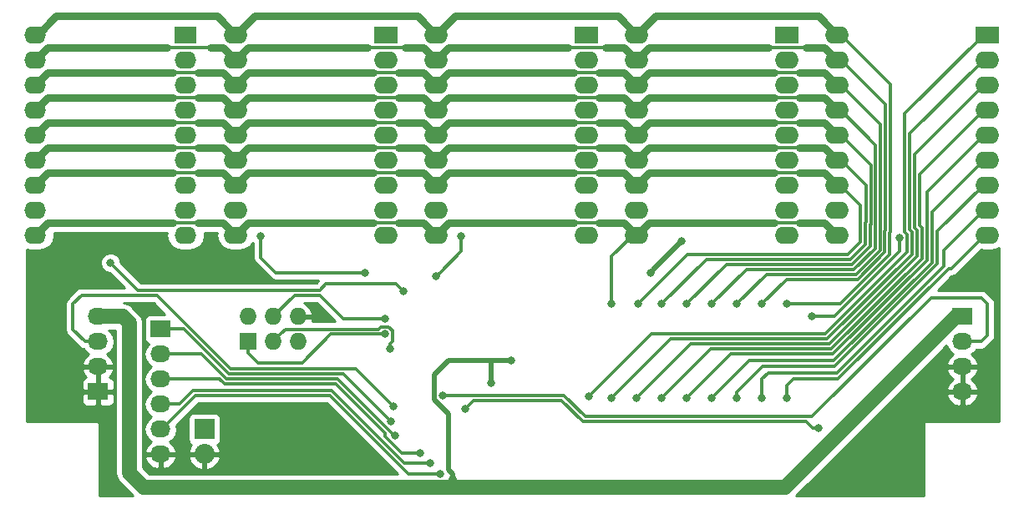
<source format=gbl>
G04 #@! TF.FileFunction,Copper,L2,Bot,Signal*
%FSLAX46Y46*%
G04 Gerber Fmt 4.6, Leading zero omitted, Abs format (unit mm)*
G04 Created by KiCad (PCBNEW 4.0.4+e1-6308~48~ubuntu16.04.1-stable) date Tue Nov 15 20:45:06 2016*
%MOMM*%
%LPD*%
G01*
G04 APERTURE LIST*
%ADD10C,0.100000*%
%ADD11O,2.200000X1.766000*%
%ADD12R,2.200000X1.766000*%
%ADD13R,2.032000X1.727200*%
%ADD14O,2.032000X1.727200*%
%ADD15R,1.727200X1.727200*%
%ADD16O,1.727200X1.727200*%
%ADD17R,2.032000X2.032000*%
%ADD18O,2.032000X2.032000*%
%ADD19O,2.400000X1.766000*%
%ADD20R,2.400000X1.766000*%
%ADD21C,0.800000*%
%ADD22C,1.500000*%
%ADD23C,0.500000*%
%ADD24C,0.300000*%
%ADD25C,0.800000*%
%ADD26C,0.254000*%
G04 APERTURE END LIST*
D10*
D11*
X101600000Y-102870000D03*
X101600000Y-100330000D03*
X101600000Y-97790000D03*
X101600000Y-95250000D03*
X101600000Y-92710000D03*
X101600000Y-90170000D03*
X101600000Y-87630000D03*
X101600000Y-85090000D03*
X101600000Y-82550000D03*
X116840000Y-102870000D03*
X116840000Y-100330000D03*
X116840000Y-97790000D03*
X116840000Y-95250000D03*
X116840000Y-92710000D03*
X116840000Y-90170000D03*
X116840000Y-87630000D03*
X116840000Y-85090000D03*
D12*
X116840000Y-82550000D03*
D13*
X114300000Y-112395000D03*
D14*
X114300000Y-114935000D03*
X114300000Y-117475000D03*
X114300000Y-120015000D03*
X114300000Y-122555000D03*
X114300000Y-125095000D03*
D15*
X123190000Y-113665000D03*
D16*
X123190000Y-111125000D03*
X125730000Y-113665000D03*
X125730000Y-111125000D03*
X128270000Y-113665000D03*
X128270000Y-111125000D03*
D13*
X195580000Y-111125000D03*
D14*
X195580000Y-113665000D03*
X195580000Y-116205000D03*
X195580000Y-118745000D03*
D13*
X107950000Y-118745000D03*
D14*
X107950000Y-116205000D03*
X107950000Y-113665000D03*
X107950000Y-111125000D03*
D17*
X118745000Y-122555000D03*
D18*
X118745000Y-125095000D03*
D19*
X162560000Y-102870000D03*
X162560000Y-100330000D03*
X162560000Y-97790000D03*
X162560000Y-95250000D03*
X162560000Y-92710000D03*
X162560000Y-90170000D03*
X162560000Y-87630000D03*
X162560000Y-85090000D03*
X162560000Y-82550000D03*
X177800000Y-102870000D03*
X177800000Y-100330000D03*
X177800000Y-97790000D03*
X177800000Y-95250000D03*
X177800000Y-92710000D03*
X177800000Y-90170000D03*
X177800000Y-87630000D03*
X177800000Y-85090000D03*
D20*
X177800000Y-82550000D03*
D19*
X142240000Y-102870000D03*
X142240000Y-100330000D03*
X142240000Y-97790000D03*
X142240000Y-95250000D03*
X142240000Y-92710000D03*
X142240000Y-90170000D03*
X142240000Y-87630000D03*
X142240000Y-85090000D03*
X142240000Y-82550000D03*
X157480000Y-102870000D03*
X157480000Y-100330000D03*
X157480000Y-97790000D03*
X157480000Y-95250000D03*
X157480000Y-92710000D03*
X157480000Y-90170000D03*
X157480000Y-87630000D03*
X157480000Y-85090000D03*
D20*
X157480000Y-82550000D03*
D19*
X182880000Y-102870000D03*
X182880000Y-100330000D03*
X182880000Y-97790000D03*
X182880000Y-95250000D03*
X182880000Y-92710000D03*
X182880000Y-90170000D03*
X182880000Y-87630000D03*
X182880000Y-85090000D03*
X182880000Y-82550000D03*
X198120000Y-102870000D03*
X198120000Y-100330000D03*
X198120000Y-97790000D03*
X198120000Y-95250000D03*
X198120000Y-92710000D03*
X198120000Y-90170000D03*
X198120000Y-87630000D03*
X198120000Y-85090000D03*
D20*
X198120000Y-82550000D03*
D19*
X121920000Y-102870000D03*
X121920000Y-100330000D03*
X121920000Y-97790000D03*
X121920000Y-95250000D03*
X121920000Y-92710000D03*
X121920000Y-90170000D03*
X121920000Y-87630000D03*
X121920000Y-85090000D03*
X121920000Y-82550000D03*
X137160000Y-102870000D03*
X137160000Y-100330000D03*
X137160000Y-97790000D03*
X137160000Y-95250000D03*
X137160000Y-92710000D03*
X137160000Y-90170000D03*
X137160000Y-87630000D03*
X137160000Y-85090000D03*
D20*
X137160000Y-82550000D03*
D21*
X147828000Y-117856000D03*
X143891000Y-127635000D03*
X149860000Y-115570000D03*
X137033000Y-111379000D03*
X137033000Y-112903000D03*
X137541000Y-114427000D03*
X142875000Y-119126000D03*
X137922000Y-120269000D03*
X137668000Y-121793000D03*
X138049000Y-123190000D03*
X140589000Y-124968000D03*
X141605000Y-125984000D03*
X142621000Y-127127000D03*
X180975000Y-122428000D03*
X145161000Y-120523000D03*
X144780000Y-102997000D03*
X142240000Y-107061000D03*
X124460000Y-102997000D03*
X135001000Y-106680000D03*
X138920000Y-108585000D03*
X109220000Y-105664000D03*
X160020000Y-109855000D03*
X162687000Y-109855000D03*
X165100000Y-109855000D03*
X167640000Y-109855000D03*
X170180000Y-109855000D03*
X172720000Y-109855000D03*
X175260000Y-109855000D03*
X177800000Y-109855000D03*
X177800000Y-119380000D03*
X175260000Y-119380000D03*
X172720000Y-119380000D03*
X170180000Y-119380000D03*
X167640000Y-119380000D03*
X165100000Y-119380000D03*
X162560000Y-119380000D03*
X160020000Y-119380000D03*
X157734000Y-119253000D03*
X189230000Y-103124000D03*
X180340000Y-111125000D03*
X167132000Y-103505000D03*
X163957000Y-106680000D03*
D22*
X195580000Y-111125000D02*
X194945000Y-111125000D01*
X194945000Y-111125000D02*
X177592999Y-128477001D01*
X177592999Y-128477001D02*
X112602001Y-128477001D01*
X112602001Y-128477001D02*
X111125000Y-127000000D01*
X111125000Y-127000000D02*
X111125000Y-111784000D01*
X111125000Y-111784000D02*
X110466000Y-111125000D01*
X110466000Y-111125000D02*
X107950000Y-111125000D01*
D23*
X143510000Y-126688315D02*
X143510000Y-121019002D01*
X143510000Y-121019002D02*
X142024999Y-119534001D01*
X143891000Y-127635000D02*
X143891000Y-127069315D01*
X143891000Y-127069315D02*
X143510000Y-126688315D01*
X147828000Y-115570000D02*
X148590000Y-115570000D01*
X143510000Y-115570000D02*
X147828000Y-115570000D01*
X147828000Y-115570000D02*
X147828000Y-117856000D01*
X143891000Y-127635000D02*
X143891000Y-128200685D01*
X148590000Y-115570000D02*
X149860000Y-115570000D01*
X142024999Y-117055001D02*
X143510000Y-115570000D01*
X142024999Y-119534001D02*
X142024999Y-117055001D01*
D24*
X130429000Y-108966000D02*
X127889000Y-108966000D01*
X127889000Y-108966000D02*
X125730000Y-111125000D01*
X132842000Y-111379000D02*
X130429000Y-108966000D01*
X137033000Y-111379000D02*
X132842000Y-111379000D01*
X128651000Y-115824000D02*
X124185400Y-115824000D01*
X124185400Y-115824000D02*
X123190000Y-114828600D01*
X123190000Y-114828600D02*
X123190000Y-113665000D01*
X131572000Y-112903000D02*
X128651000Y-115824000D01*
X137033000Y-112903000D02*
X131572000Y-112903000D01*
X137541000Y-114427000D02*
X137541000Y-113861315D01*
X137541000Y-113861315D02*
X137783001Y-113619314D01*
X137783001Y-113619314D02*
X137783001Y-112542999D01*
X137783001Y-112542999D02*
X137393001Y-112152999D01*
X137393001Y-112152999D02*
X136672999Y-112152999D01*
X136672999Y-112152999D02*
X136423008Y-112402990D01*
X136423008Y-112402990D02*
X126992010Y-112402990D01*
X126593599Y-112801401D02*
X125730000Y-113665000D01*
X126992010Y-112402990D02*
X126593599Y-112801401D01*
X142875000Y-119126000D02*
X155194000Y-119126000D01*
X157353000Y-121285000D02*
X180340000Y-121285000D01*
X198120000Y-109855000D02*
X198120000Y-113030000D01*
X155194000Y-119126000D02*
X157353000Y-121285000D01*
X180340000Y-121285000D02*
X192405000Y-109220000D01*
X192405000Y-109220000D02*
X197485000Y-109220000D01*
X197485000Y-109220000D02*
X198120000Y-109855000D01*
X198120000Y-113030000D02*
X197485000Y-113665000D01*
X197485000Y-113665000D02*
X195580000Y-113665000D01*
X195427600Y-113665000D02*
X195580000Y-113665000D01*
X137922000Y-120269000D02*
X134112000Y-116459000D01*
X106299000Y-108966000D02*
X105410000Y-109855000D01*
X134112000Y-116459000D02*
X121412000Y-116459000D01*
X113919000Y-108966000D02*
X106299000Y-108966000D01*
X121412000Y-116459000D02*
X113919000Y-108966000D01*
X105410000Y-109855000D02*
X105410000Y-112441000D01*
X105410000Y-112441000D02*
X106634000Y-113665000D01*
X106634000Y-113665000D02*
X107950000Y-113665000D01*
X108102400Y-113665000D02*
X107950000Y-113665000D01*
X121212880Y-116967000D02*
X132842000Y-116967000D01*
X132842000Y-116967000D02*
X137668000Y-121793000D01*
X114300000Y-112395000D02*
X116640880Y-112395000D01*
X116640880Y-112395000D02*
X121212880Y-116967000D01*
X138049000Y-123190000D02*
X137954998Y-123190000D01*
X137954998Y-123190000D02*
X132232008Y-117467010D01*
X132232008Y-117467010D02*
X121005770Y-117467010D01*
X121005770Y-117467010D02*
X118473760Y-114935000D01*
X118473760Y-114935000D02*
X118364000Y-114935000D01*
X118364000Y-114935000D02*
X114300000Y-114935000D01*
X137033000Y-122975122D02*
X137033000Y-123284002D01*
X137033000Y-123284002D02*
X138716998Y-124968000D01*
X138716998Y-124968000D02*
X140589000Y-124968000D01*
X120798660Y-117967020D02*
X132024898Y-117967020D01*
X132024898Y-117967020D02*
X137033000Y-122975122D01*
X120269000Y-117475000D02*
X120396000Y-117602000D01*
X120433640Y-117602000D02*
X120798660Y-117967020D01*
X120396000Y-117602000D02*
X120433640Y-117602000D01*
X114300000Y-117475000D02*
X120269000Y-117475000D01*
X141605000Y-125984000D02*
X139025878Y-125984000D01*
X139025878Y-125984000D02*
X131667868Y-118625990D01*
X131667868Y-118625990D02*
X117609990Y-118625990D01*
X117609990Y-118625990D02*
X116220980Y-120015000D01*
X116220980Y-120015000D02*
X114300000Y-120015000D01*
X131460758Y-119126000D02*
X117881400Y-119126000D01*
X117881400Y-119126000D02*
X114452400Y-122555000D01*
X114452400Y-122555000D02*
X114300000Y-122555000D01*
X142621000Y-127127000D02*
X139461758Y-127127000D01*
X139461758Y-127127000D02*
X131460758Y-119126000D01*
X157091010Y-121785010D02*
X171069000Y-121785010D01*
X171069000Y-121785010D02*
X171315010Y-121785010D01*
X180975000Y-122428000D02*
X180409315Y-122428000D01*
X180409315Y-122428000D02*
X179766325Y-121785010D01*
X179766325Y-121785010D02*
X171069000Y-121785010D01*
X145161000Y-120523000D02*
X146050000Y-119634000D01*
X146050000Y-119634000D02*
X154940000Y-119634000D01*
X154940000Y-119634000D02*
X157091010Y-121785010D01*
X142639999Y-106661001D02*
X144780000Y-104521000D01*
X144780000Y-104521000D02*
X144780000Y-102997000D01*
X142240000Y-107061000D02*
X142639999Y-106661001D01*
X125984000Y-106680000D02*
X124460000Y-105156000D01*
X124460000Y-105156000D02*
X124460000Y-102997000D01*
X135001000Y-106680000D02*
X125984000Y-106680000D01*
X131064000Y-107823000D02*
X138158000Y-107823000D01*
X138158000Y-107823000D02*
X138920000Y-108585000D01*
X130421010Y-108465990D02*
X131064000Y-107823000D01*
X109220000Y-105664000D02*
X112021990Y-108465990D01*
X112021990Y-108465990D02*
X130421010Y-108465990D01*
D25*
X162560000Y-102870000D02*
X163830000Y-101600000D01*
X181610000Y-101600000D02*
X182880000Y-102870000D01*
X179070000Y-101600000D02*
X181610000Y-101600000D01*
D24*
X176530000Y-101600000D02*
X179070000Y-101600000D01*
D25*
X163830000Y-101600000D02*
X176530000Y-101600000D01*
X101600000Y-102870000D02*
X102870000Y-101600000D01*
X120650000Y-101600000D02*
X121920000Y-102870000D01*
X118110000Y-101600000D02*
X120650000Y-101600000D01*
D24*
X115570000Y-101600000D02*
X118110000Y-101600000D01*
D25*
X102870000Y-101600000D02*
X115570000Y-101600000D01*
X121920000Y-102870000D02*
X123190000Y-101600000D01*
X123190000Y-101600000D02*
X135890000Y-101600000D01*
D24*
X135890000Y-101600000D02*
X138430000Y-101600000D01*
D25*
X138430000Y-101600000D02*
X140970000Y-101600000D01*
X140970000Y-101600000D02*
X142240000Y-102870000D01*
X142240000Y-102870000D02*
X143510000Y-101600000D01*
X143510000Y-101600000D02*
X156210000Y-101600000D01*
D24*
X156210000Y-101600000D02*
X158750000Y-101600000D01*
D25*
X158750000Y-101600000D02*
X160655000Y-101600000D01*
X160655000Y-101600000D02*
X161290000Y-101600000D01*
X161290000Y-101600000D02*
X162560000Y-102870000D01*
D24*
X160020000Y-109855000D02*
X160020000Y-105023000D01*
X160020000Y-105023000D02*
X162173000Y-102870000D01*
X162173000Y-102870000D02*
X162560000Y-102870000D01*
X167711076Y-104830924D02*
X183970222Y-104830924D01*
X162687000Y-109855000D02*
X167711076Y-104830924D01*
X183970222Y-104830924D02*
X185225937Y-103575209D01*
X185225937Y-103575209D02*
X185225937Y-99818937D01*
X185225937Y-99818937D02*
X183197000Y-97790000D01*
X183197000Y-97790000D02*
X182880000Y-97790000D01*
D25*
X101600000Y-97790000D02*
X102870000Y-96520000D01*
X120650000Y-96520000D02*
X121920000Y-97790000D01*
X118110000Y-96520000D02*
X120650000Y-96520000D01*
D24*
X115570000Y-96520000D02*
X118110000Y-96520000D01*
D25*
X102870000Y-96520000D02*
X115570000Y-96520000D01*
X121920000Y-97790000D02*
X123190000Y-96520000D01*
X123190000Y-96520000D02*
X135890000Y-96520000D01*
D24*
X135890000Y-96520000D02*
X138430000Y-96520000D01*
D25*
X138430000Y-96520000D02*
X140970000Y-96520000D01*
X140970000Y-96520000D02*
X142240000Y-97790000D01*
X142240000Y-97790000D02*
X143510000Y-96520000D01*
X143510000Y-96520000D02*
X156210000Y-96520000D01*
D24*
X156210000Y-96520000D02*
X158750000Y-96520000D01*
D25*
X158750000Y-96520000D02*
X161290000Y-96520000D01*
X161290000Y-96520000D02*
X162560000Y-97790000D01*
X162560000Y-97790000D02*
X163830000Y-96520000D01*
X163830000Y-96520000D02*
X176530000Y-96520000D01*
D24*
X176530000Y-96520000D02*
X179070000Y-96520000D01*
D25*
X179070000Y-96520000D02*
X181610000Y-96520000D01*
X181610000Y-96520000D02*
X182880000Y-97790000D01*
D24*
X185725947Y-103782321D02*
X185725948Y-101601438D01*
X183267000Y-95250000D02*
X182880000Y-95250000D01*
X185793005Y-97776005D02*
X183267000Y-95250000D01*
X185793005Y-101534381D02*
X185793005Y-97776005D01*
X185725948Y-101601438D02*
X185793005Y-101534381D01*
X165100000Y-109855000D02*
X169624065Y-105330935D01*
X169624065Y-105330935D02*
X184177333Y-105330935D01*
X184177333Y-105330935D02*
X185725947Y-103782321D01*
D25*
X101600000Y-95250000D02*
X102870000Y-93980000D01*
X120650000Y-93980000D02*
X121920000Y-95250000D01*
X118110000Y-93980000D02*
X120650000Y-93980000D01*
D24*
X115570000Y-93980000D02*
X118110000Y-93980000D01*
D25*
X102870000Y-93980000D02*
X115570000Y-93980000D01*
X121920000Y-95250000D02*
X123190000Y-93980000D01*
X123190000Y-93980000D02*
X135890000Y-93980000D01*
D24*
X135890000Y-93980000D02*
X138430000Y-93980000D01*
D25*
X138430000Y-93980000D02*
X140970000Y-93980000D01*
X140970000Y-93980000D02*
X142240000Y-95250000D01*
X142240000Y-95250000D02*
X143510000Y-93980000D01*
X143510000Y-93980000D02*
X156210000Y-93980000D01*
D24*
X156210000Y-93980000D02*
X158750000Y-93980000D01*
D25*
X158750000Y-93980000D02*
X161290000Y-93980000D01*
X161290000Y-93980000D02*
X162560000Y-95250000D01*
X162560000Y-95250000D02*
X163830000Y-93980000D01*
X163830000Y-93980000D02*
X176530000Y-93980000D01*
D24*
X176530000Y-93980000D02*
X179070000Y-93980000D01*
D25*
X179070000Y-93980000D02*
X181610000Y-93980000D01*
X181610000Y-93980000D02*
X182880000Y-95250000D01*
D24*
X184384444Y-105830946D02*
X186225957Y-103989433D01*
X186225957Y-103989433D02*
X186225958Y-101808550D01*
X183267000Y-92710000D02*
X182880000Y-92710000D01*
X171664054Y-105830946D02*
X184384444Y-105830946D01*
X186225958Y-101808550D02*
X186293016Y-101741492D01*
X186293016Y-101741492D02*
X186293016Y-95736016D01*
X186293016Y-95736016D02*
X183267000Y-92710000D01*
X167640000Y-109855000D02*
X171664054Y-105830946D01*
D25*
X101600000Y-92710000D02*
X102870000Y-91440000D01*
X120650000Y-91440000D02*
X121920000Y-92710000D01*
X118110000Y-91440000D02*
X120650000Y-91440000D01*
D24*
X115570000Y-91440000D02*
X118110000Y-91440000D01*
D25*
X102870000Y-91440000D02*
X115570000Y-91440000D01*
X121920000Y-92710000D02*
X123190000Y-91440000D01*
X123190000Y-91440000D02*
X135890000Y-91440000D01*
D24*
X135890000Y-91440000D02*
X138430000Y-91440000D01*
D25*
X138430000Y-91440000D02*
X140970000Y-91440000D01*
X140970000Y-91440000D02*
X142240000Y-92710000D01*
X142240000Y-92710000D02*
X143510000Y-91440000D01*
X143510000Y-91440000D02*
X156210000Y-91440000D01*
D24*
X156210000Y-91440000D02*
X158750000Y-91440000D01*
D25*
X158750000Y-91440000D02*
X161290000Y-91440000D01*
X161290000Y-91440000D02*
X162560000Y-92710000D01*
X162560000Y-92710000D02*
X163830000Y-91440000D01*
X163830000Y-91440000D02*
X176530000Y-91440000D01*
D24*
X176530000Y-91440000D02*
X179070000Y-91440000D01*
D25*
X179070000Y-91440000D02*
X181610000Y-91440000D01*
X181610000Y-91440000D02*
X182880000Y-92710000D01*
D24*
X186725968Y-102015662D02*
X186793027Y-101948603D01*
X186793027Y-101948603D02*
X186793027Y-93696027D01*
X186793027Y-93696027D02*
X183267000Y-90170000D01*
X183267000Y-90170000D02*
X182880000Y-90170000D01*
X170180000Y-109855000D02*
X173704043Y-106330957D01*
X186725968Y-104196544D02*
X186725968Y-102015662D01*
X173704043Y-106330957D02*
X184591555Y-106330957D01*
X184591555Y-106330957D02*
X186725968Y-104196544D01*
D25*
X101600000Y-90170000D02*
X102870000Y-88900000D01*
X120650000Y-88900000D02*
X121920000Y-90170000D01*
X118110000Y-88900000D02*
X120650000Y-88900000D01*
D24*
X115570000Y-88900000D02*
X118110000Y-88900000D01*
D25*
X102870000Y-88900000D02*
X115570000Y-88900000D01*
X121920000Y-90170000D02*
X123190000Y-88900000D01*
X123190000Y-88900000D02*
X135890000Y-88900000D01*
D24*
X135890000Y-88900000D02*
X138430000Y-88900000D01*
D25*
X138430000Y-88900000D02*
X140970000Y-88900000D01*
X140970000Y-88900000D02*
X142240000Y-90170000D01*
X142240000Y-90170000D02*
X143510000Y-88900000D01*
X143510000Y-88900000D02*
X156210000Y-88900000D01*
D24*
X156210000Y-88900000D02*
X158750000Y-88900000D01*
D25*
X158750000Y-88900000D02*
X161290000Y-88900000D01*
X161290000Y-88900000D02*
X162560000Y-90170000D01*
X162560000Y-90170000D02*
X163830000Y-88900000D01*
X163830000Y-88900000D02*
X176530000Y-88900000D01*
D24*
X176530000Y-88900000D02*
X179070000Y-88900000D01*
D25*
X179070000Y-88900000D02*
X181610000Y-88900000D01*
X181610000Y-88900000D02*
X182880000Y-90170000D01*
D24*
X187225978Y-102222774D02*
X187293038Y-102155714D01*
X187293038Y-102155714D02*
X187293038Y-91656038D01*
X187293038Y-91656038D02*
X183267000Y-87630000D01*
X187225978Y-104403656D02*
X187225978Y-102222774D01*
X184798666Y-106830968D02*
X187225978Y-104403656D01*
X175744032Y-106830968D02*
X184798666Y-106830968D01*
X183267000Y-87630000D02*
X182880000Y-87630000D01*
X172720000Y-109855000D02*
X175744032Y-106830968D01*
D25*
X101600000Y-87630000D02*
X102870000Y-86360000D01*
X120650000Y-86360000D02*
X121920000Y-87630000D01*
X118110000Y-86360000D02*
X120650000Y-86360000D01*
D24*
X115570000Y-86360000D02*
X118110000Y-86360000D01*
D25*
X102870000Y-86360000D02*
X115570000Y-86360000D01*
X121920000Y-87630000D02*
X123190000Y-86360000D01*
X123190000Y-86360000D02*
X135890000Y-86360000D01*
D24*
X135890000Y-86360000D02*
X138430000Y-86360000D01*
D25*
X138430000Y-86360000D02*
X140970000Y-86360000D01*
X140970000Y-86360000D02*
X142240000Y-87630000D01*
X142240000Y-87630000D02*
X143510000Y-86360000D01*
X143510000Y-86360000D02*
X156210000Y-86360000D01*
D24*
X156210000Y-86360000D02*
X158750000Y-86360000D01*
D25*
X158750000Y-86360000D02*
X161290000Y-86360000D01*
X161290000Y-86360000D02*
X162560000Y-87630000D01*
X162560000Y-87630000D02*
X163830000Y-86360000D01*
X163830000Y-86360000D02*
X176530000Y-86360000D01*
D24*
X176530000Y-86360000D02*
X179070000Y-86360000D01*
D25*
X179070000Y-86360000D02*
X181610000Y-86360000D01*
X181610000Y-86360000D02*
X182880000Y-87630000D01*
D24*
X183267000Y-85090000D02*
X182880000Y-85090000D01*
X187793049Y-89616049D02*
X183267000Y-85090000D01*
X187793049Y-102362825D02*
X187793049Y-89616049D01*
X187725988Y-102429886D02*
X187793049Y-102362825D01*
X187725988Y-104610768D02*
X187725988Y-102429886D01*
X185005777Y-107330979D02*
X187725988Y-104610768D01*
X177784021Y-107330979D02*
X185005777Y-107330979D01*
X175260000Y-109855000D02*
X177784021Y-107330979D01*
D25*
X101600000Y-85090000D02*
X102870000Y-83820000D01*
X120650000Y-83820000D02*
X121920000Y-85090000D01*
X120015000Y-83820000D02*
X120650000Y-83820000D01*
X119380000Y-83820000D02*
X120015000Y-83820000D01*
D24*
X114935000Y-83820000D02*
X119380000Y-83820000D01*
D25*
X102870000Y-83820000D02*
X114935000Y-83820000D01*
X121920000Y-85090000D02*
X123190000Y-83820000D01*
X123190000Y-83820000D02*
X135255000Y-83820000D01*
D24*
X135255000Y-83820000D02*
X139065000Y-83820000D01*
D25*
X139065000Y-83820000D02*
X140970000Y-83820000D01*
X140970000Y-83820000D02*
X142240000Y-85090000D01*
X142240000Y-85090000D02*
X143510000Y-83820000D01*
X143510000Y-83820000D02*
X155575000Y-83820000D01*
D24*
X155575000Y-83820000D02*
X159385000Y-83820000D01*
D25*
X159385000Y-83820000D02*
X161290000Y-83820000D01*
X161290000Y-83820000D02*
X162560000Y-85090000D01*
X162560000Y-85090000D02*
X163830000Y-83820000D01*
X163830000Y-83820000D02*
X175895000Y-83820000D01*
D24*
X175895000Y-83820000D02*
X179705000Y-83820000D01*
D25*
X179705000Y-83820000D02*
X181610000Y-83820000D01*
X181610000Y-83820000D02*
X182880000Y-85090000D01*
X180975000Y-80645000D02*
X182880000Y-82550000D01*
X164465000Y-80645000D02*
X180975000Y-80645000D01*
X162560000Y-82550000D02*
X164465000Y-80645000D01*
X160655000Y-80645000D02*
X162560000Y-82550000D01*
X144145000Y-80645000D02*
X160655000Y-80645000D01*
X142240000Y-82550000D02*
X144145000Y-80645000D01*
X140335000Y-80645000D02*
X142240000Y-82550000D01*
X123825000Y-80645000D02*
X140335000Y-80645000D01*
X121920000Y-82550000D02*
X123825000Y-80645000D01*
X101600000Y-82550000D02*
X101817000Y-82550000D01*
X120015000Y-80645000D02*
X121920000Y-82550000D01*
X101817000Y-82550000D02*
X103722000Y-80645000D01*
X103722000Y-80645000D02*
X120015000Y-80645000D01*
D24*
X183267000Y-82550000D02*
X182880000Y-82550000D01*
X188293060Y-87576060D02*
X183267000Y-82550000D01*
X188293060Y-102569936D02*
X188293060Y-87576060D01*
X188225998Y-102636998D02*
X188293060Y-102569936D01*
X188225998Y-104817880D02*
X188225998Y-102636998D01*
X183188878Y-109855000D02*
X188225998Y-104817880D01*
X177800000Y-109855000D02*
X183188878Y-109855000D01*
X197866000Y-102870000D02*
X194483890Y-106252110D01*
X194483890Y-106252110D02*
X194175010Y-106252110D01*
X198120000Y-102870000D02*
X197866000Y-102870000D01*
X194175010Y-106252110D02*
X182952120Y-117475000D01*
X182952120Y-117475000D02*
X178435000Y-117475000D01*
X178435000Y-117475000D02*
X177800000Y-118110000D01*
X177800000Y-118110000D02*
X177800000Y-119380000D01*
X198120000Y-100330000D02*
X197733000Y-100330000D01*
X197733000Y-100330000D02*
X193675000Y-104388000D01*
X193675000Y-104388000D02*
X193675000Y-106045000D01*
X175260000Y-119380000D02*
X175260000Y-117475000D01*
X175260000Y-117475000D02*
X175895000Y-116840000D01*
X175895000Y-116840000D02*
X182880000Y-116840000D01*
X182880000Y-116840000D02*
X193675000Y-106045000D01*
X182622854Y-116205000D02*
X193040000Y-105787854D01*
X175329315Y-116205000D02*
X182622854Y-116205000D01*
X172720000Y-118814315D02*
X175329315Y-116205000D01*
X193040000Y-102483000D02*
X197733000Y-97790000D01*
X193040000Y-105787854D02*
X193040000Y-102483000D01*
X197733000Y-97790000D02*
X198120000Y-97790000D01*
X172720000Y-119380000D02*
X172720000Y-118814315D01*
X197733000Y-95250000D02*
X198120000Y-95250000D01*
X192480052Y-105640680D02*
X192480052Y-100502948D01*
X192480052Y-100502948D02*
X197733000Y-95250000D01*
X182550732Y-115570000D02*
X192480052Y-105640680D01*
X173990000Y-115570000D02*
X182550732Y-115570000D01*
X170180000Y-119380000D02*
X173990000Y-115570000D01*
X182478610Y-114935000D02*
X191980042Y-105433568D01*
X197733000Y-92710000D02*
X198120000Y-92710000D01*
X191980042Y-98462958D02*
X197733000Y-92710000D01*
X167640000Y-119380000D02*
X172085000Y-114935000D01*
X172085000Y-114935000D02*
X182478610Y-114935000D01*
X191980042Y-105433568D02*
X191980042Y-98462958D01*
X170076969Y-114403031D02*
X182303458Y-114403030D01*
X182303458Y-114403030D02*
X191480032Y-105226456D01*
X191480032Y-105226456D02*
X191480032Y-102142662D01*
X191238033Y-96664967D02*
X197733000Y-90170000D01*
X197733000Y-90170000D02*
X198120000Y-90170000D01*
X165100000Y-119380000D02*
X170076969Y-114403031D01*
X191238033Y-101900663D02*
X191238033Y-96664967D01*
X191480032Y-102142662D02*
X191238033Y-101900663D01*
X190738022Y-94624978D02*
X197733000Y-87630000D01*
X190980022Y-102349774D02*
X190738022Y-102107774D01*
X197733000Y-87630000D02*
X198120000Y-87630000D01*
X190980022Y-105019344D02*
X190980022Y-102349774D01*
X182096346Y-113903020D02*
X190980022Y-105019344D01*
X168036980Y-113903020D02*
X182096346Y-113903020D01*
X162560000Y-119380000D02*
X168036980Y-113903020D01*
X190738022Y-102107774D02*
X190738022Y-94624978D01*
X160020000Y-119380000D02*
X165996989Y-113403011D01*
X190480012Y-104812232D02*
X190480012Y-102556886D01*
X190480012Y-102556886D02*
X190238011Y-102314885D01*
X197733000Y-85090000D02*
X198120000Y-85090000D01*
X190238011Y-92584989D02*
X197733000Y-85090000D01*
X190238011Y-102314885D02*
X190238011Y-92584989D01*
X165996989Y-113403011D02*
X181889234Y-113403010D01*
X181889234Y-113403010D02*
X190480012Y-104812232D01*
X157734000Y-119253000D02*
X164084000Y-112903000D01*
X189980002Y-102763998D02*
X189738000Y-102521996D01*
X181682122Y-112903000D02*
X189980002Y-104605120D01*
X189738000Y-90545000D02*
X197733000Y-82550000D01*
X189980002Y-104605120D02*
X189980002Y-102763998D01*
X164084000Y-112903000D02*
X181682122Y-112903000D01*
X197733000Y-82550000D02*
X198120000Y-82550000D01*
X189738000Y-102521996D02*
X189738000Y-90545000D01*
X182626000Y-111125000D02*
X189230000Y-104521000D01*
X189230000Y-104521000D02*
X189230000Y-103124000D01*
X180340000Y-111125000D02*
X182626000Y-111125000D01*
D23*
X164356999Y-106280001D02*
X167132000Y-103505000D01*
X163957000Y-106680000D02*
X164356999Y-106280001D01*
D26*
G36*
X114897679Y-102870000D02*
X115013230Y-103450913D01*
X115342291Y-103943388D01*
X115834766Y-104272449D01*
X116415679Y-104388000D01*
X117264321Y-104388000D01*
X117845234Y-104272449D01*
X118337709Y-103943388D01*
X118666770Y-103450913D01*
X118782321Y-102870000D01*
X118735577Y-102635000D01*
X120024423Y-102635000D01*
X119977679Y-102870000D01*
X120093230Y-103450913D01*
X120422291Y-103943388D01*
X120914766Y-104272449D01*
X121495679Y-104388000D01*
X122344321Y-104388000D01*
X122925234Y-104272449D01*
X123417709Y-103943388D01*
X123628051Y-103628588D01*
X123675000Y-103675619D01*
X123675000Y-105156000D01*
X123734755Y-105456407D01*
X123904921Y-105711079D01*
X125428919Y-107235076D01*
X125428921Y-107235079D01*
X125683594Y-107405245D01*
X125984000Y-107465000D01*
X130311842Y-107465000D01*
X130095852Y-107680990D01*
X112347148Y-107680990D01*
X110255066Y-105588908D01*
X110255179Y-105459029D01*
X110097942Y-105078485D01*
X109807046Y-104787081D01*
X109426777Y-104629180D01*
X109015029Y-104628821D01*
X108634485Y-104786058D01*
X108343081Y-105076954D01*
X108185180Y-105457223D01*
X108184821Y-105868971D01*
X108342058Y-106249515D01*
X108632954Y-106540919D01*
X109013223Y-106698820D01*
X109144777Y-106698935D01*
X110626842Y-108181000D01*
X106299000Y-108181000D01*
X105998594Y-108240755D01*
X105743921Y-108410921D01*
X104854921Y-109299921D01*
X104684755Y-109554593D01*
X104664139Y-109658238D01*
X104625000Y-109855000D01*
X104625000Y-112441000D01*
X104684755Y-112741407D01*
X104854921Y-112996079D01*
X106078921Y-114220079D01*
X106333594Y-114390245D01*
X106504897Y-114424320D01*
X106705585Y-114724670D01*
X107015069Y-114931461D01*
X106599268Y-115302964D01*
X106345291Y-115830209D01*
X106342642Y-115845974D01*
X106463783Y-116078000D01*
X107823000Y-116078000D01*
X107823000Y-116058000D01*
X108077000Y-116058000D01*
X108077000Y-116078000D01*
X109436217Y-116078000D01*
X109557358Y-115845974D01*
X109554709Y-115830209D01*
X109300732Y-115302964D01*
X108884931Y-114931461D01*
X109194415Y-114724670D01*
X109519271Y-114238489D01*
X109633345Y-113665000D01*
X109519271Y-113091511D01*
X109194415Y-112605330D01*
X109051744Y-112510000D01*
X109740000Y-112510000D01*
X109740000Y-127000000D01*
X109845427Y-127530017D01*
X110060733Y-127852245D01*
X110145657Y-127979343D01*
X111456314Y-129290000D01*
X108077000Y-129290000D01*
X108077000Y-121920000D01*
X108068315Y-121873841D01*
X108041035Y-121831447D01*
X107999410Y-121803006D01*
X107950000Y-121793000D01*
X100710000Y-121793000D01*
X100710000Y-119030750D01*
X106299000Y-119030750D01*
X106299000Y-119734910D01*
X106395673Y-119968299D01*
X106574302Y-120146927D01*
X106807691Y-120243600D01*
X107664250Y-120243600D01*
X107823000Y-120084850D01*
X107823000Y-118872000D01*
X108077000Y-118872000D01*
X108077000Y-120084850D01*
X108235750Y-120243600D01*
X109092309Y-120243600D01*
X109325698Y-120146927D01*
X109504327Y-119968299D01*
X109601000Y-119734910D01*
X109601000Y-119030750D01*
X109442250Y-118872000D01*
X108077000Y-118872000D01*
X107823000Y-118872000D01*
X106457750Y-118872000D01*
X106299000Y-119030750D01*
X100710000Y-119030750D01*
X100710000Y-117755090D01*
X106299000Y-117755090D01*
X106299000Y-118459250D01*
X106457750Y-118618000D01*
X107823000Y-118618000D01*
X107823000Y-116332000D01*
X108077000Y-116332000D01*
X108077000Y-118618000D01*
X109442250Y-118618000D01*
X109601000Y-118459250D01*
X109601000Y-117755090D01*
X109504327Y-117521701D01*
X109325698Y-117343073D01*
X109128139Y-117261241D01*
X109300732Y-117107036D01*
X109554709Y-116579791D01*
X109557358Y-116564026D01*
X109436217Y-116332000D01*
X108077000Y-116332000D01*
X107823000Y-116332000D01*
X106463783Y-116332000D01*
X106342642Y-116564026D01*
X106345291Y-116579791D01*
X106599268Y-117107036D01*
X106771861Y-117261241D01*
X106574302Y-117343073D01*
X106395673Y-117521701D01*
X106299000Y-117755090D01*
X100710000Y-117755090D01*
X100710000Y-104295371D01*
X101175679Y-104388000D01*
X102024321Y-104388000D01*
X102605234Y-104272449D01*
X103097709Y-103943388D01*
X103426770Y-103450913D01*
X103542321Y-102870000D01*
X103495577Y-102635000D01*
X114944423Y-102635000D01*
X114897679Y-102870000D01*
X114897679Y-102870000D01*
G37*
X114897679Y-102870000D02*
X115013230Y-103450913D01*
X115342291Y-103943388D01*
X115834766Y-104272449D01*
X116415679Y-104388000D01*
X117264321Y-104388000D01*
X117845234Y-104272449D01*
X118337709Y-103943388D01*
X118666770Y-103450913D01*
X118782321Y-102870000D01*
X118735577Y-102635000D01*
X120024423Y-102635000D01*
X119977679Y-102870000D01*
X120093230Y-103450913D01*
X120422291Y-103943388D01*
X120914766Y-104272449D01*
X121495679Y-104388000D01*
X122344321Y-104388000D01*
X122925234Y-104272449D01*
X123417709Y-103943388D01*
X123628051Y-103628588D01*
X123675000Y-103675619D01*
X123675000Y-105156000D01*
X123734755Y-105456407D01*
X123904921Y-105711079D01*
X125428919Y-107235076D01*
X125428921Y-107235079D01*
X125683594Y-107405245D01*
X125984000Y-107465000D01*
X130311842Y-107465000D01*
X130095852Y-107680990D01*
X112347148Y-107680990D01*
X110255066Y-105588908D01*
X110255179Y-105459029D01*
X110097942Y-105078485D01*
X109807046Y-104787081D01*
X109426777Y-104629180D01*
X109015029Y-104628821D01*
X108634485Y-104786058D01*
X108343081Y-105076954D01*
X108185180Y-105457223D01*
X108184821Y-105868971D01*
X108342058Y-106249515D01*
X108632954Y-106540919D01*
X109013223Y-106698820D01*
X109144777Y-106698935D01*
X110626842Y-108181000D01*
X106299000Y-108181000D01*
X105998594Y-108240755D01*
X105743921Y-108410921D01*
X104854921Y-109299921D01*
X104684755Y-109554593D01*
X104664139Y-109658238D01*
X104625000Y-109855000D01*
X104625000Y-112441000D01*
X104684755Y-112741407D01*
X104854921Y-112996079D01*
X106078921Y-114220079D01*
X106333594Y-114390245D01*
X106504897Y-114424320D01*
X106705585Y-114724670D01*
X107015069Y-114931461D01*
X106599268Y-115302964D01*
X106345291Y-115830209D01*
X106342642Y-115845974D01*
X106463783Y-116078000D01*
X107823000Y-116078000D01*
X107823000Y-116058000D01*
X108077000Y-116058000D01*
X108077000Y-116078000D01*
X109436217Y-116078000D01*
X109557358Y-115845974D01*
X109554709Y-115830209D01*
X109300732Y-115302964D01*
X108884931Y-114931461D01*
X109194415Y-114724670D01*
X109519271Y-114238489D01*
X109633345Y-113665000D01*
X109519271Y-113091511D01*
X109194415Y-112605330D01*
X109051744Y-112510000D01*
X109740000Y-112510000D01*
X109740000Y-127000000D01*
X109845427Y-127530017D01*
X110060733Y-127852245D01*
X110145657Y-127979343D01*
X111456314Y-129290000D01*
X108077000Y-129290000D01*
X108077000Y-121920000D01*
X108068315Y-121873841D01*
X108041035Y-121831447D01*
X107999410Y-121803006D01*
X107950000Y-121793000D01*
X100710000Y-121793000D01*
X100710000Y-119030750D01*
X106299000Y-119030750D01*
X106299000Y-119734910D01*
X106395673Y-119968299D01*
X106574302Y-120146927D01*
X106807691Y-120243600D01*
X107664250Y-120243600D01*
X107823000Y-120084850D01*
X107823000Y-118872000D01*
X108077000Y-118872000D01*
X108077000Y-120084850D01*
X108235750Y-120243600D01*
X109092309Y-120243600D01*
X109325698Y-120146927D01*
X109504327Y-119968299D01*
X109601000Y-119734910D01*
X109601000Y-119030750D01*
X109442250Y-118872000D01*
X108077000Y-118872000D01*
X107823000Y-118872000D01*
X106457750Y-118872000D01*
X106299000Y-119030750D01*
X100710000Y-119030750D01*
X100710000Y-117755090D01*
X106299000Y-117755090D01*
X106299000Y-118459250D01*
X106457750Y-118618000D01*
X107823000Y-118618000D01*
X107823000Y-116332000D01*
X108077000Y-116332000D01*
X108077000Y-118618000D01*
X109442250Y-118618000D01*
X109601000Y-118459250D01*
X109601000Y-117755090D01*
X109504327Y-117521701D01*
X109325698Y-117343073D01*
X109128139Y-117261241D01*
X109300732Y-117107036D01*
X109554709Y-116579791D01*
X109557358Y-116564026D01*
X109436217Y-116332000D01*
X108077000Y-116332000D01*
X107823000Y-116332000D01*
X106463783Y-116332000D01*
X106342642Y-116564026D01*
X106345291Y-116579791D01*
X106599268Y-117107036D01*
X106771861Y-117261241D01*
X106574302Y-117343073D01*
X106395673Y-117521701D01*
X106299000Y-117755090D01*
X100710000Y-117755090D01*
X100710000Y-104295371D01*
X101175679Y-104388000D01*
X102024321Y-104388000D01*
X102605234Y-104272449D01*
X103097709Y-103943388D01*
X103426770Y-103450913D01*
X103542321Y-102870000D01*
X103495577Y-102635000D01*
X114944423Y-102635000D01*
X114897679Y-102870000D01*
G36*
X199263000Y-121793000D02*
X191770000Y-121793000D01*
X191723841Y-121801685D01*
X191681447Y-121828965D01*
X191653006Y-121870590D01*
X191643000Y-121920000D01*
X191643000Y-129290000D01*
X178738686Y-129290000D01*
X188924660Y-119104026D01*
X193972642Y-119104026D01*
X193975291Y-119119791D01*
X194229268Y-119647036D01*
X194665680Y-120036954D01*
X195218087Y-120230184D01*
X195453000Y-120085924D01*
X195453000Y-118872000D01*
X195707000Y-118872000D01*
X195707000Y-120085924D01*
X195941913Y-120230184D01*
X196494320Y-120036954D01*
X196930732Y-119647036D01*
X197184709Y-119119791D01*
X197187358Y-119104026D01*
X197066217Y-118872000D01*
X195707000Y-118872000D01*
X195453000Y-118872000D01*
X194093783Y-118872000D01*
X193972642Y-119104026D01*
X188924660Y-119104026D01*
X191464660Y-116564026D01*
X193972642Y-116564026D01*
X193975291Y-116579791D01*
X194229268Y-117107036D01*
X194641108Y-117475000D01*
X194229268Y-117842964D01*
X193975291Y-118370209D01*
X193972642Y-118385974D01*
X194093783Y-118618000D01*
X195453000Y-118618000D01*
X195453000Y-116332000D01*
X195707000Y-116332000D01*
X195707000Y-118618000D01*
X197066217Y-118618000D01*
X197187358Y-118385974D01*
X197184709Y-118370209D01*
X196930732Y-117842964D01*
X196518892Y-117475000D01*
X196930732Y-117107036D01*
X197184709Y-116579791D01*
X197187358Y-116564026D01*
X197066217Y-116332000D01*
X195707000Y-116332000D01*
X195453000Y-116332000D01*
X194093783Y-116332000D01*
X193972642Y-116564026D01*
X191464660Y-116564026D01*
X193974140Y-114054546D01*
X194010729Y-114238489D01*
X194335585Y-114724670D01*
X194645069Y-114931461D01*
X194229268Y-115302964D01*
X193975291Y-115830209D01*
X193972642Y-115845974D01*
X194093783Y-116078000D01*
X195453000Y-116078000D01*
X195453000Y-116058000D01*
X195707000Y-116058000D01*
X195707000Y-116078000D01*
X197066217Y-116078000D01*
X197187358Y-115845974D01*
X197184709Y-115830209D01*
X196930732Y-115302964D01*
X196514931Y-114931461D01*
X196824415Y-114724670D01*
X197007944Y-114450000D01*
X197485000Y-114450000D01*
X197785407Y-114390245D01*
X198040079Y-114220079D01*
X198675079Y-113585079D01*
X198845245Y-113330406D01*
X198905001Y-113030000D01*
X198905000Y-113029995D01*
X198905000Y-109855005D01*
X198905001Y-109855000D01*
X198845245Y-109554594D01*
X198675079Y-109299921D01*
X198040079Y-108664921D01*
X197785407Y-108494755D01*
X197485000Y-108435000D01*
X193102278Y-108435000D01*
X194504210Y-107033068D01*
X194784297Y-106977355D01*
X195038969Y-106807189D01*
X197497565Y-104348593D01*
X197695679Y-104388000D01*
X198544321Y-104388000D01*
X199125234Y-104272449D01*
X199263000Y-104180397D01*
X199263000Y-121793000D01*
X199263000Y-121793000D01*
G37*
X199263000Y-121793000D02*
X191770000Y-121793000D01*
X191723841Y-121801685D01*
X191681447Y-121828965D01*
X191653006Y-121870590D01*
X191643000Y-121920000D01*
X191643000Y-129290000D01*
X178738686Y-129290000D01*
X188924660Y-119104026D01*
X193972642Y-119104026D01*
X193975291Y-119119791D01*
X194229268Y-119647036D01*
X194665680Y-120036954D01*
X195218087Y-120230184D01*
X195453000Y-120085924D01*
X195453000Y-118872000D01*
X195707000Y-118872000D01*
X195707000Y-120085924D01*
X195941913Y-120230184D01*
X196494320Y-120036954D01*
X196930732Y-119647036D01*
X197184709Y-119119791D01*
X197187358Y-119104026D01*
X197066217Y-118872000D01*
X195707000Y-118872000D01*
X195453000Y-118872000D01*
X194093783Y-118872000D01*
X193972642Y-119104026D01*
X188924660Y-119104026D01*
X191464660Y-116564026D01*
X193972642Y-116564026D01*
X193975291Y-116579791D01*
X194229268Y-117107036D01*
X194641108Y-117475000D01*
X194229268Y-117842964D01*
X193975291Y-118370209D01*
X193972642Y-118385974D01*
X194093783Y-118618000D01*
X195453000Y-118618000D01*
X195453000Y-116332000D01*
X195707000Y-116332000D01*
X195707000Y-118618000D01*
X197066217Y-118618000D01*
X197187358Y-118385974D01*
X197184709Y-118370209D01*
X196930732Y-117842964D01*
X196518892Y-117475000D01*
X196930732Y-117107036D01*
X197184709Y-116579791D01*
X197187358Y-116564026D01*
X197066217Y-116332000D01*
X195707000Y-116332000D01*
X195453000Y-116332000D01*
X194093783Y-116332000D01*
X193972642Y-116564026D01*
X191464660Y-116564026D01*
X193974140Y-114054546D01*
X194010729Y-114238489D01*
X194335585Y-114724670D01*
X194645069Y-114931461D01*
X194229268Y-115302964D01*
X193975291Y-115830209D01*
X193972642Y-115845974D01*
X194093783Y-116078000D01*
X195453000Y-116078000D01*
X195453000Y-116058000D01*
X195707000Y-116058000D01*
X195707000Y-116078000D01*
X197066217Y-116078000D01*
X197187358Y-115845974D01*
X197184709Y-115830209D01*
X196930732Y-115302964D01*
X196514931Y-114931461D01*
X196824415Y-114724670D01*
X197007944Y-114450000D01*
X197485000Y-114450000D01*
X197785407Y-114390245D01*
X198040079Y-114220079D01*
X198675079Y-113585079D01*
X198845245Y-113330406D01*
X198905001Y-113030000D01*
X198905000Y-113029995D01*
X198905000Y-109855005D01*
X198905001Y-109855000D01*
X198845245Y-109554594D01*
X198675079Y-109299921D01*
X198040079Y-108664921D01*
X197785407Y-108494755D01*
X197485000Y-108435000D01*
X193102278Y-108435000D01*
X194504210Y-107033068D01*
X194784297Y-106977355D01*
X195038969Y-106807189D01*
X197497565Y-104348593D01*
X197695679Y-104388000D01*
X198544321Y-104388000D01*
X199125234Y-104272449D01*
X199263000Y-104180397D01*
X199263000Y-121793000D01*
G36*
X114726802Y-110883960D02*
X113284000Y-110883960D01*
X113048683Y-110928238D01*
X112832559Y-111067310D01*
X112687569Y-111279510D01*
X112636560Y-111531400D01*
X112636560Y-113258600D01*
X112680838Y-113493917D01*
X112819910Y-113710041D01*
X113032110Y-113855031D01*
X113073439Y-113863400D01*
X113055585Y-113875330D01*
X112730729Y-114361511D01*
X112616655Y-114935000D01*
X112730729Y-115508489D01*
X113055585Y-115994670D01*
X113370366Y-116205000D01*
X113055585Y-116415330D01*
X112730729Y-116901511D01*
X112616655Y-117475000D01*
X112730729Y-118048489D01*
X113055585Y-118534670D01*
X113370366Y-118745000D01*
X113055585Y-118955330D01*
X112730729Y-119441511D01*
X112616655Y-120015000D01*
X112730729Y-120588489D01*
X113055585Y-121074670D01*
X113370366Y-121285000D01*
X113055585Y-121495330D01*
X112730729Y-121981511D01*
X112616655Y-122555000D01*
X112730729Y-123128489D01*
X113055585Y-123614670D01*
X113365069Y-123821461D01*
X112949268Y-124192964D01*
X112695291Y-124720209D01*
X112692642Y-124735974D01*
X112813783Y-124968000D01*
X114173000Y-124968000D01*
X114173000Y-124948000D01*
X114427000Y-124948000D01*
X114427000Y-124968000D01*
X115786217Y-124968000D01*
X115907358Y-124735974D01*
X115904709Y-124720209D01*
X115650732Y-124192964D01*
X115234931Y-123821461D01*
X115544415Y-123614670D01*
X115869271Y-123128489D01*
X115983345Y-122555000D01*
X115913532Y-122204026D01*
X116578558Y-121539000D01*
X117081560Y-121539000D01*
X117081560Y-123571000D01*
X117125838Y-123806317D01*
X117264910Y-124022441D01*
X117427948Y-124133840D01*
X117338615Y-124230182D01*
X117139025Y-124712056D01*
X117258164Y-124968000D01*
X118618000Y-124968000D01*
X118618000Y-124948000D01*
X118872000Y-124948000D01*
X118872000Y-124968000D01*
X120231836Y-124968000D01*
X120350975Y-124712056D01*
X120151385Y-124230182D01*
X120060903Y-124132602D01*
X120212441Y-124035090D01*
X120357431Y-123822890D01*
X120408440Y-123571000D01*
X120408440Y-121539000D01*
X120364162Y-121303683D01*
X120225090Y-121087559D01*
X120012890Y-120942569D01*
X119761000Y-120891560D01*
X117729000Y-120891560D01*
X117493683Y-120935838D01*
X117277559Y-121074910D01*
X117132569Y-121287110D01*
X117081560Y-121539000D01*
X116578558Y-121539000D01*
X118206558Y-119911000D01*
X131135600Y-119911000D01*
X138316601Y-127092001D01*
X113175687Y-127092001D01*
X112510000Y-126426314D01*
X112510000Y-125454026D01*
X112692642Y-125454026D01*
X112695291Y-125469791D01*
X112949268Y-125997036D01*
X113385680Y-126386954D01*
X113938087Y-126580184D01*
X114173000Y-126435924D01*
X114173000Y-125222000D01*
X114427000Y-125222000D01*
X114427000Y-126435924D01*
X114661913Y-126580184D01*
X115214320Y-126386954D01*
X115650732Y-125997036D01*
X115900781Y-125477944D01*
X117139025Y-125477944D01*
X117338615Y-125959818D01*
X117776621Y-126432188D01*
X118362054Y-126700983D01*
X118618000Y-126582367D01*
X118618000Y-125222000D01*
X118872000Y-125222000D01*
X118872000Y-126582367D01*
X119127946Y-126700983D01*
X119713379Y-126432188D01*
X120151385Y-125959818D01*
X120350975Y-125477944D01*
X120231836Y-125222000D01*
X118872000Y-125222000D01*
X118618000Y-125222000D01*
X117258164Y-125222000D01*
X117139025Y-125477944D01*
X115900781Y-125477944D01*
X115904709Y-125469791D01*
X115907358Y-125454026D01*
X115786217Y-125222000D01*
X114427000Y-125222000D01*
X114173000Y-125222000D01*
X112813783Y-125222000D01*
X112692642Y-125454026D01*
X112510000Y-125454026D01*
X112510000Y-111784000D01*
X112496425Y-111715755D01*
X112404574Y-111253984D01*
X112104343Y-110804657D01*
X111445343Y-110145657D01*
X111362316Y-110090180D01*
X110996017Y-109845427D01*
X110521301Y-109751000D01*
X113593842Y-109751000D01*
X114726802Y-110883960D01*
X114726802Y-110883960D01*
G37*
X114726802Y-110883960D02*
X113284000Y-110883960D01*
X113048683Y-110928238D01*
X112832559Y-111067310D01*
X112687569Y-111279510D01*
X112636560Y-111531400D01*
X112636560Y-113258600D01*
X112680838Y-113493917D01*
X112819910Y-113710041D01*
X113032110Y-113855031D01*
X113073439Y-113863400D01*
X113055585Y-113875330D01*
X112730729Y-114361511D01*
X112616655Y-114935000D01*
X112730729Y-115508489D01*
X113055585Y-115994670D01*
X113370366Y-116205000D01*
X113055585Y-116415330D01*
X112730729Y-116901511D01*
X112616655Y-117475000D01*
X112730729Y-118048489D01*
X113055585Y-118534670D01*
X113370366Y-118745000D01*
X113055585Y-118955330D01*
X112730729Y-119441511D01*
X112616655Y-120015000D01*
X112730729Y-120588489D01*
X113055585Y-121074670D01*
X113370366Y-121285000D01*
X113055585Y-121495330D01*
X112730729Y-121981511D01*
X112616655Y-122555000D01*
X112730729Y-123128489D01*
X113055585Y-123614670D01*
X113365069Y-123821461D01*
X112949268Y-124192964D01*
X112695291Y-124720209D01*
X112692642Y-124735974D01*
X112813783Y-124968000D01*
X114173000Y-124968000D01*
X114173000Y-124948000D01*
X114427000Y-124948000D01*
X114427000Y-124968000D01*
X115786217Y-124968000D01*
X115907358Y-124735974D01*
X115904709Y-124720209D01*
X115650732Y-124192964D01*
X115234931Y-123821461D01*
X115544415Y-123614670D01*
X115869271Y-123128489D01*
X115983345Y-122555000D01*
X115913532Y-122204026D01*
X116578558Y-121539000D01*
X117081560Y-121539000D01*
X117081560Y-123571000D01*
X117125838Y-123806317D01*
X117264910Y-124022441D01*
X117427948Y-124133840D01*
X117338615Y-124230182D01*
X117139025Y-124712056D01*
X117258164Y-124968000D01*
X118618000Y-124968000D01*
X118618000Y-124948000D01*
X118872000Y-124948000D01*
X118872000Y-124968000D01*
X120231836Y-124968000D01*
X120350975Y-124712056D01*
X120151385Y-124230182D01*
X120060903Y-124132602D01*
X120212441Y-124035090D01*
X120357431Y-123822890D01*
X120408440Y-123571000D01*
X120408440Y-121539000D01*
X120364162Y-121303683D01*
X120225090Y-121087559D01*
X120012890Y-120942569D01*
X119761000Y-120891560D01*
X117729000Y-120891560D01*
X117493683Y-120935838D01*
X117277559Y-121074910D01*
X117132569Y-121287110D01*
X117081560Y-121539000D01*
X116578558Y-121539000D01*
X118206558Y-119911000D01*
X131135600Y-119911000D01*
X138316601Y-127092001D01*
X113175687Y-127092001D01*
X112510000Y-126426314D01*
X112510000Y-125454026D01*
X112692642Y-125454026D01*
X112695291Y-125469791D01*
X112949268Y-125997036D01*
X113385680Y-126386954D01*
X113938087Y-126580184D01*
X114173000Y-126435924D01*
X114173000Y-125222000D01*
X114427000Y-125222000D01*
X114427000Y-126435924D01*
X114661913Y-126580184D01*
X115214320Y-126386954D01*
X115650732Y-125997036D01*
X115900781Y-125477944D01*
X117139025Y-125477944D01*
X117338615Y-125959818D01*
X117776621Y-126432188D01*
X118362054Y-126700983D01*
X118618000Y-126582367D01*
X118618000Y-125222000D01*
X118872000Y-125222000D01*
X118872000Y-126582367D01*
X119127946Y-126700983D01*
X119713379Y-126432188D01*
X120151385Y-125959818D01*
X120350975Y-125477944D01*
X120231836Y-125222000D01*
X118872000Y-125222000D01*
X118618000Y-125222000D01*
X117258164Y-125222000D01*
X117139025Y-125477944D01*
X115900781Y-125477944D01*
X115904709Y-125469791D01*
X115907358Y-125454026D01*
X115786217Y-125222000D01*
X114427000Y-125222000D01*
X114173000Y-125222000D01*
X112813783Y-125222000D01*
X112692642Y-125454026D01*
X112510000Y-125454026D01*
X112510000Y-111784000D01*
X112496425Y-111715755D01*
X112404574Y-111253984D01*
X112104343Y-110804657D01*
X111445343Y-110145657D01*
X111362316Y-110090180D01*
X110996017Y-109845427D01*
X110521301Y-109751000D01*
X113593842Y-109751000D01*
X114726802Y-110883960D01*
G36*
X131970832Y-111617990D02*
X129662183Y-111617990D01*
X129724968Y-111484027D01*
X129604469Y-111252000D01*
X128397000Y-111252000D01*
X128397000Y-111272000D01*
X128143000Y-111272000D01*
X128143000Y-111252000D01*
X128123000Y-111252000D01*
X128123000Y-110998000D01*
X128143000Y-110998000D01*
X128143000Y-110978000D01*
X128397000Y-110978000D01*
X128397000Y-110998000D01*
X129604469Y-110998000D01*
X129724968Y-110765973D01*
X129476821Y-110236510D01*
X129044947Y-109842312D01*
X128824487Y-109751000D01*
X130103842Y-109751000D01*
X131970832Y-111617990D01*
X131970832Y-111617990D01*
G37*
X131970832Y-111617990D02*
X129662183Y-111617990D01*
X129724968Y-111484027D01*
X129604469Y-111252000D01*
X128397000Y-111252000D01*
X128397000Y-111272000D01*
X128143000Y-111272000D01*
X128143000Y-111252000D01*
X128123000Y-111252000D01*
X128123000Y-110998000D01*
X128143000Y-110998000D01*
X128143000Y-110978000D01*
X128397000Y-110978000D01*
X128397000Y-110998000D01*
X129604469Y-110998000D01*
X129724968Y-110765973D01*
X129476821Y-110236510D01*
X129044947Y-109842312D01*
X128824487Y-109751000D01*
X130103842Y-109751000D01*
X131970832Y-111617990D01*
M02*

</source>
